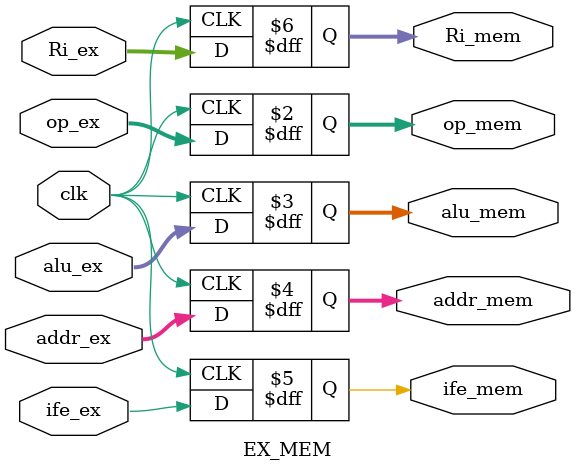
<source format=v>
`timescale 1ns / 1ps
module EX_MEM(clk,op_ex,op_mem,alu_ex,addr_ex,ife_ex,Ri_ex,alu_mem,addr_mem,ife_mem,Ri_mem);
input             clk;
input       [5:0] op_ex;
output reg  [5:0] op_mem;
input      [31:0] alu_ex;
input      [31:0] addr_ex;
input             ife_ex;
input       [4:0] Ri_ex;
output reg [31:0] alu_mem;
output reg [31:0] addr_mem;
output reg        ife_mem;
output reg  [4:0] Ri_mem;
always @(posedge clk)
begin 
	op_mem   <=op_ex;
	alu_mem  <=alu_ex;
	addr_mem <=addr_ex;
	ife_mem  <=ife_ex;
	Ri_mem   <=Ri_ex;
end


endmodule
</source>
